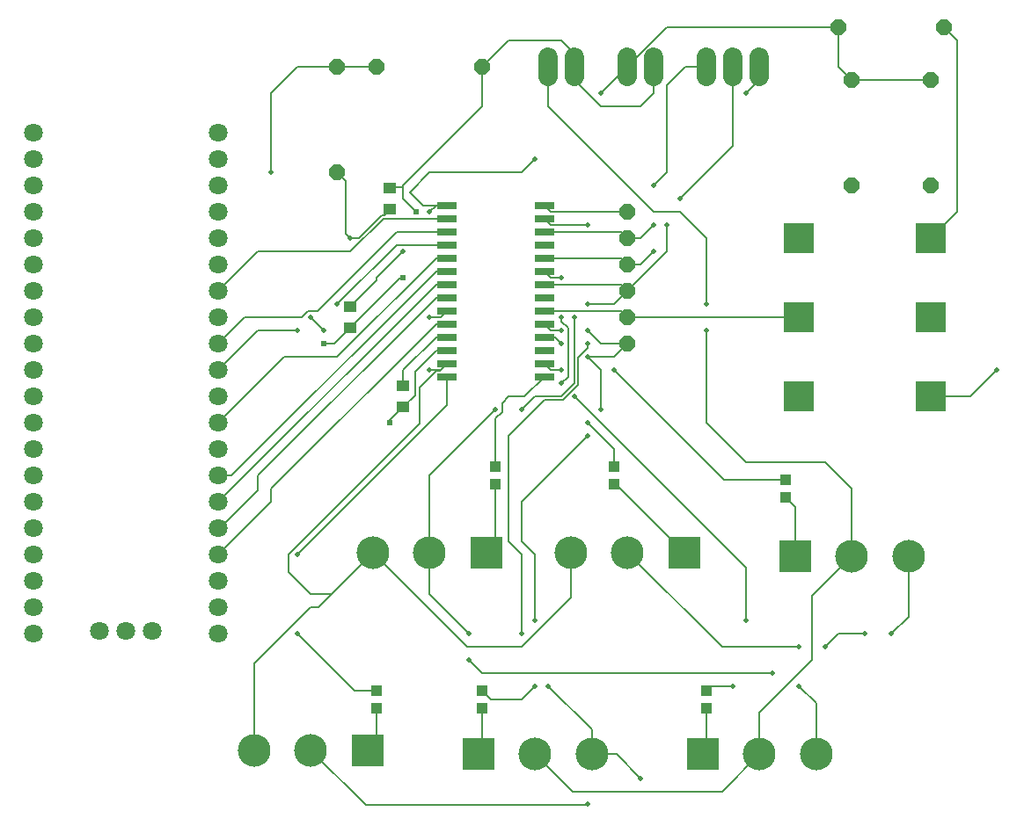
<source format=gtl>
G04 EAGLE Gerber RS-274X export*
G75*
%MOMM*%
%FSLAX34Y34*%
%LPD*%
%INTop Copper*%
%IPPOS*%
%AMOC8*
5,1,8,0,0,1.08239X$1,22.5*%
G01*
%ADD10P,1.583577X8X292.500000*%
%ADD11R,1.200000X1.000000*%
%ADD12R,2.880000X2.880000*%
%ADD13R,1.890000X0.650000*%
%ADD14C,1.828800*%
%ADD15R,3.150000X3.150000*%
%ADD16C,3.150000*%
%ADD17P,1.583577X8X202.500000*%
%ADD18R,1.000000X1.100000*%
%ADD19P,1.583577X8X22.500000*%
%ADD20C,1.800000*%
%ADD21C,0.203200*%
%ADD22C,0.502400*%
%ADD23C,0.602400*%


D10*
X609600Y596900D03*
X609600Y571500D03*
X609600Y546100D03*
X609600Y520700D03*
X609600Y495300D03*
X609600Y469900D03*
D11*
X381000Y599600D03*
X381000Y619600D03*
X393700Y429100D03*
X393700Y409100D03*
X342900Y505300D03*
X342900Y485300D03*
D12*
X774700Y571500D03*
X901700Y571500D03*
X774700Y419100D03*
X901700Y419100D03*
X774700Y495300D03*
X901700Y495300D03*
D13*
X435800Y603250D03*
X435800Y590550D03*
X435800Y577850D03*
X435800Y565150D03*
X435800Y552450D03*
X435800Y539750D03*
X435800Y527050D03*
X435800Y514350D03*
X435800Y501650D03*
X435800Y488950D03*
X435800Y476250D03*
X435800Y463550D03*
X435800Y450850D03*
X435800Y438150D03*
X529400Y438150D03*
X529400Y450850D03*
X529400Y463550D03*
X529400Y476250D03*
X529400Y488950D03*
X529400Y501650D03*
X529400Y514350D03*
X529400Y527050D03*
X529400Y539750D03*
X529400Y552450D03*
X529400Y565150D03*
X529400Y577850D03*
X529400Y590550D03*
X529400Y603250D03*
D14*
X533400Y727456D02*
X533400Y745744D01*
X558800Y745744D02*
X558800Y727456D01*
X609600Y727456D02*
X609600Y745744D01*
X635000Y745744D02*
X635000Y727456D01*
X685800Y727456D02*
X685800Y745744D01*
X711200Y745744D02*
X711200Y727456D01*
X736600Y727456D02*
X736600Y745744D01*
D15*
X771000Y264700D03*
D16*
X825500Y264700D03*
X880000Y264700D03*
D15*
X682100Y74200D03*
D16*
X736600Y74200D03*
X791100Y74200D03*
D15*
X466200Y74200D03*
D16*
X520700Y74200D03*
X575200Y74200D03*
D15*
X664100Y268700D03*
D16*
X609600Y268700D03*
X555100Y268700D03*
D15*
X473600Y268700D03*
D16*
X419100Y268700D03*
X364600Y268700D03*
D15*
X359300Y78200D03*
D16*
X304800Y78200D03*
X250300Y78200D03*
D17*
X469900Y736600D03*
X368300Y736600D03*
D18*
X482600Y351400D03*
X482600Y334400D03*
X469900Y135500D03*
X469900Y118500D03*
D10*
X330200Y736600D03*
X330200Y635000D03*
D19*
X812800Y774700D03*
X914400Y774700D03*
D10*
X901700Y723900D03*
X901700Y622300D03*
X825500Y723900D03*
X825500Y622300D03*
D18*
X762000Y338700D03*
X762000Y321700D03*
X596900Y351400D03*
X596900Y334400D03*
X368300Y135500D03*
X368300Y118500D03*
X685800Y135500D03*
X685800Y118500D03*
D20*
X38100Y673100D03*
X38100Y647700D03*
X38100Y520700D03*
X38100Y495300D03*
X38100Y622300D03*
X38100Y596900D03*
X38100Y546100D03*
X38100Y571500D03*
X38100Y469900D03*
X38100Y444500D03*
X38100Y419100D03*
X38100Y393700D03*
X38100Y368300D03*
X38100Y342900D03*
X38100Y317500D03*
X38100Y292100D03*
X38100Y266700D03*
X38100Y241300D03*
X38100Y215900D03*
X38100Y190500D03*
X215900Y190500D03*
X215900Y215900D03*
X215900Y241300D03*
X215900Y266700D03*
X215900Y292100D03*
X215900Y317500D03*
X215900Y342900D03*
X215900Y368300D03*
X215900Y393700D03*
X215900Y419100D03*
X215900Y444500D03*
X215900Y469900D03*
X215900Y495300D03*
X215900Y520700D03*
X215900Y546100D03*
X215900Y571500D03*
X215900Y596900D03*
X215900Y622300D03*
X215900Y647700D03*
X215900Y673100D03*
X101600Y192800D03*
X127000Y192800D03*
X152400Y192800D03*
D21*
X529400Y577850D02*
X603250Y577850D01*
X609600Y571500D01*
X609600Y268700D02*
X700500Y177800D01*
X622300Y571500D02*
X635000Y584200D01*
X622300Y571500D02*
X609600Y571500D01*
D22*
X635000Y584200D03*
X635000Y622300D03*
D21*
X647700Y635000D02*
X647700Y719230D01*
X647700Y635000D02*
X635000Y622300D01*
X665070Y736600D02*
X685800Y736600D01*
X665070Y736600D02*
X647700Y719230D01*
D22*
X774700Y177800D03*
X800100Y177800D03*
D21*
X812800Y190500D01*
X838200Y190500D01*
D22*
X838200Y190500D03*
X863600Y190500D03*
D21*
X880000Y206900D01*
X880000Y264700D01*
X774700Y177800D02*
X700500Y177800D01*
X482600Y277700D02*
X482600Y334400D01*
X482600Y277700D02*
X473600Y268700D01*
D22*
X292100Y266700D03*
X292100Y190500D03*
D21*
X347100Y135500D01*
X368300Y135500D01*
X435800Y410400D02*
X435800Y438150D01*
X435800Y410400D02*
X292100Y266700D01*
X469900Y118500D02*
X469900Y77900D01*
X466200Y74200D01*
X685800Y77900D02*
X685800Y118500D01*
X685800Y77900D02*
X682100Y74200D01*
X603250Y527050D02*
X529400Y527050D01*
X603250Y527050D02*
X609600Y520700D01*
D22*
X482600Y406400D03*
X508000Y406400D03*
D21*
X520700Y419100D01*
X546100Y419100D01*
X558800Y431800D01*
X558800Y495300D01*
D22*
X558800Y495300D03*
X571500Y508000D03*
D21*
X596900Y508000D02*
X609600Y520700D01*
X596900Y508000D02*
X571500Y508000D01*
X469900Y152400D02*
X749300Y152400D01*
D22*
X749300Y152400D03*
X774700Y139700D03*
D21*
X791100Y123300D01*
X791100Y74200D01*
X711200Y660400D02*
X711200Y736600D01*
X711200Y660400D02*
X660400Y609600D01*
D22*
X660400Y609600D03*
X647700Y584200D03*
D21*
X647700Y558800D01*
X609600Y520700D01*
X457200Y165100D02*
X469900Y152400D01*
D22*
X457200Y165100D03*
X457200Y190500D03*
D21*
X419100Y228600D01*
X419100Y268700D01*
X419100Y342900D01*
X482600Y406400D01*
X304800Y78200D02*
X357600Y25400D01*
X571500Y25400D02*
X571500Y26642D01*
D22*
X571500Y26642D03*
X622300Y50800D03*
D21*
X598900Y74200D01*
X575200Y74200D01*
X571500Y25400D02*
X357600Y25400D01*
X529400Y476250D02*
X539750Y476250D01*
X546100Y469900D01*
D22*
X546100Y469900D03*
X571500Y457200D03*
D21*
X596900Y457200D02*
X609600Y469900D01*
X596900Y457200D02*
X571500Y457200D01*
X584200Y444500D01*
X584200Y406400D01*
D22*
X584200Y406400D03*
X571500Y381000D03*
D21*
X508000Y317500D01*
X508000Y279400D02*
X520700Y266700D01*
X520700Y203200D01*
D22*
X520700Y203200D03*
X533400Y139700D03*
D21*
X575200Y97900D01*
X575200Y74200D01*
X508000Y279400D02*
X508000Y317500D01*
X584200Y469900D02*
X609600Y469900D01*
X584200Y469900D02*
X571500Y482600D01*
D22*
X571500Y482600D03*
X723900Y711200D03*
D21*
X736600Y723900D02*
X736600Y736600D01*
X736600Y723900D02*
X723900Y711200D01*
X535750Y584200D02*
X529400Y590550D01*
X535750Y584200D02*
X571500Y584200D01*
D22*
X571500Y584200D03*
X596900Y444500D03*
D21*
X702700Y338700D02*
X762000Y338700D01*
X702700Y338700D02*
X596900Y444500D01*
X762000Y321700D02*
X771000Y312700D01*
X771000Y264700D01*
X535750Y533400D02*
X529400Y539750D01*
X535750Y533400D02*
X546100Y533400D01*
D22*
X546100Y533400D03*
X546100Y495300D03*
D21*
X546100Y491182D01*
X552168Y485114D01*
X552168Y437868D01*
X546100Y431800D01*
D22*
X546100Y431800D03*
X558896Y419004D03*
D21*
X723900Y254000D01*
X723900Y203200D01*
D22*
X723900Y203200D03*
X711200Y139700D03*
D21*
X690000Y139700D02*
X685800Y135500D01*
X690000Y139700D02*
X711200Y139700D01*
X535750Y482600D02*
X529400Y488950D01*
X535750Y482600D02*
X546100Y482600D01*
D22*
X546100Y482600D03*
X571500Y469900D03*
D21*
X571500Y465782D01*
X495300Y381000D02*
X495300Y279400D01*
X508000Y266700D01*
X508000Y190500D01*
D22*
X508000Y190500D03*
X520700Y139700D03*
D21*
X508000Y127000D01*
X478400Y127000D01*
X469900Y135500D01*
X562102Y430432D02*
X562102Y456384D01*
X571500Y465782D01*
X562102Y430432D02*
X547468Y415798D01*
X530098Y415798D02*
X495300Y381000D01*
X530098Y415798D02*
X547468Y415798D01*
X368300Y118500D02*
X368300Y87200D01*
X359300Y78200D01*
X510350Y419100D02*
X529400Y438150D01*
X510350Y419100D02*
X495300Y419100D01*
X488668Y412468D01*
X488668Y403887D01*
X482600Y397819D01*
X482600Y351400D01*
X535750Y596900D02*
X529400Y603250D01*
X535750Y596900D02*
X609600Y596900D01*
X603250Y552450D02*
X529400Y552450D01*
X603250Y552450D02*
X609600Y546100D01*
X622300Y546100D01*
X635000Y558800D01*
D22*
X635000Y558800D03*
D21*
X603250Y501650D02*
X529400Y501650D01*
X603250Y501650D02*
X609600Y495300D01*
X774700Y495300D01*
D22*
X342900Y571500D03*
D21*
X338740Y626460D02*
X330200Y635000D01*
X375252Y593852D02*
X381000Y599600D01*
X375252Y593852D02*
X373282Y593852D01*
X350930Y571500D01*
X342900Y571500D01*
D22*
X419100Y495300D03*
D21*
X429450Y495300D01*
X435800Y501650D01*
X342900Y571500D02*
X338740Y575660D01*
X338740Y626460D01*
X393700Y444500D02*
X393700Y429100D01*
X393700Y444500D02*
X425450Y476250D01*
X435800Y476250D01*
X435800Y577850D02*
X387350Y577850D01*
X310868Y501368D01*
X302287Y501368D01*
X296219Y495300D01*
X241300Y495300D02*
X215900Y469900D01*
X241300Y495300D02*
X296219Y495300D01*
X254000Y482600D02*
X215900Y444500D01*
X254000Y482600D02*
X292100Y482600D01*
D22*
X292100Y482600D03*
X330200Y508000D03*
D21*
X387350Y565150D02*
X435800Y565150D01*
X387350Y565150D02*
X330200Y508000D01*
X279400Y457200D02*
X215900Y393700D01*
X425450Y552450D02*
X435800Y552450D01*
X330200Y457200D02*
X279400Y457200D01*
X330200Y457200D02*
X425450Y552450D01*
X425450Y539750D02*
X435800Y539750D01*
X425450Y539750D02*
X228600Y342900D01*
X215900Y342900D01*
X215900Y317500D02*
X425450Y527050D01*
X435800Y527050D01*
X529400Y450850D02*
X535750Y444500D01*
X546100Y444500D01*
D22*
X546100Y444500D03*
X571500Y393700D03*
D21*
X596900Y368300D01*
X596900Y351400D01*
X598400Y334400D02*
X664100Y268700D01*
X598400Y334400D02*
X596900Y334400D01*
X368300Y736600D02*
X330200Y736600D01*
X435800Y450850D02*
X428636Y443686D01*
X425403Y443686D01*
X409702Y427985D01*
X364600Y268700D02*
X324500Y228600D01*
X311800Y215900D02*
X364600Y268700D01*
X311800Y215900D02*
X304800Y215900D01*
X250300Y161400D02*
X250300Y78200D01*
X250300Y161400D02*
X304800Y215900D01*
X364600Y268700D02*
X455500Y177800D01*
X429450Y444500D02*
X435800Y450850D01*
X429450Y444500D02*
X419100Y444500D01*
D22*
X419100Y444500D03*
X317500Y482600D03*
D21*
X304800Y495300D01*
D22*
X304800Y495300D03*
X266700Y635000D03*
D21*
X266700Y711200D01*
X292100Y736600D01*
X330200Y736600D01*
X409702Y427985D02*
X409702Y392884D01*
X283519Y266700D01*
X283519Y249882D01*
X304800Y228600D01*
X324500Y228600D01*
X555100Y224900D02*
X555100Y268700D01*
X508000Y177800D02*
X455500Y177800D01*
X508000Y177800D02*
X555100Y224900D01*
X469900Y736600D02*
X495300Y762000D01*
X546100Y762000D01*
X405050Y420450D02*
X393700Y409100D01*
X405050Y420450D02*
X405050Y443150D01*
X425450Y463550D02*
X435800Y463550D01*
X425450Y463550D02*
X405050Y443150D01*
X345600Y485300D02*
X342900Y485300D01*
X635000Y711200D02*
X635000Y736600D01*
X635000Y711200D02*
X622300Y698500D01*
X584200Y698500D01*
X558800Y723900D01*
X558800Y736600D01*
X558800Y749300D02*
X546100Y762000D01*
X558800Y749300D02*
X558800Y736600D01*
X379650Y620950D02*
X378300Y622300D01*
X379650Y620950D02*
X381000Y619600D01*
X469900Y698500D02*
X469900Y736600D01*
X392350Y620950D02*
X379650Y620950D01*
X393700Y622300D02*
X469900Y698500D01*
X393700Y622300D02*
X392350Y620950D01*
X393700Y409100D02*
X393700Y406400D01*
X327500Y469900D02*
X342900Y485300D01*
X327500Y469900D02*
X317500Y469900D01*
D23*
X317500Y469900D03*
X381000Y393700D03*
D21*
X381000Y396400D01*
X393700Y409100D01*
X342900Y485300D02*
X391000Y533400D01*
X393700Y533400D01*
D23*
X393700Y533400D03*
D21*
X393700Y609600D02*
X393700Y622300D01*
X393700Y609600D02*
X406400Y596900D01*
D23*
X406400Y596900D03*
D21*
X254000Y328645D02*
X217455Y292100D01*
X215900Y292100D01*
X425450Y514350D02*
X435800Y514350D01*
X254000Y342900D02*
X254000Y328645D01*
X254000Y342900D02*
X425450Y514350D01*
X425450Y488950D02*
X435800Y488950D01*
X425450Y488950D02*
X266700Y330200D01*
X266700Y317500D02*
X215900Y266700D01*
X266700Y317500D02*
X266700Y330200D01*
X215900Y520700D02*
X254000Y558800D01*
X374650Y590550D02*
X435800Y590550D01*
X342900Y558800D02*
X254000Y558800D01*
X342900Y558800D02*
X374650Y590550D01*
X419100Y635000D02*
X508000Y635000D01*
X419100Y635000D02*
X400050Y615950D01*
X412750Y603250D01*
X425450Y603250D01*
X431800Y603250D02*
X435800Y603250D01*
X825500Y723900D02*
X901700Y723900D01*
X825500Y723900D02*
X812800Y736600D01*
X812800Y774700D01*
X368300Y530700D02*
X342900Y505300D01*
X368300Y530700D02*
X368300Y533400D01*
D22*
X419100Y596900D03*
D21*
X425450Y603250D01*
X431800Y603250D01*
X609600Y736600D02*
X647700Y774700D01*
X812800Y774700D01*
X393700Y558800D02*
X368300Y533400D01*
D22*
X393700Y558800D03*
D21*
X584200Y711200D02*
X609600Y736600D01*
D22*
X584200Y711200D03*
X520700Y647700D03*
D21*
X508000Y635000D01*
X520700Y74200D02*
X556800Y38100D01*
X700500Y38100D02*
X736600Y74200D01*
X700500Y38100D02*
X556800Y38100D01*
X736600Y74200D02*
X736600Y114300D01*
X787400Y226600D02*
X825500Y264700D01*
X787400Y165100D02*
X736600Y114300D01*
X787400Y165100D02*
X787400Y226600D01*
X533400Y698500D02*
X533400Y736600D01*
X533400Y698500D02*
X635000Y596900D01*
X660400Y596900D01*
X685800Y571500D01*
X685800Y508000D01*
D22*
X685800Y508000D03*
X685800Y482600D03*
D21*
X685800Y393700D01*
X723900Y355600D01*
X800100Y355600D01*
X825500Y330200D01*
X825500Y264700D01*
X927100Y762000D02*
X914400Y774700D01*
X927100Y596900D02*
X901700Y571500D01*
X927100Y596900D02*
X927100Y762000D01*
D22*
X965200Y444500D03*
D21*
X939800Y419100D01*
X901700Y419100D01*
M02*

</source>
